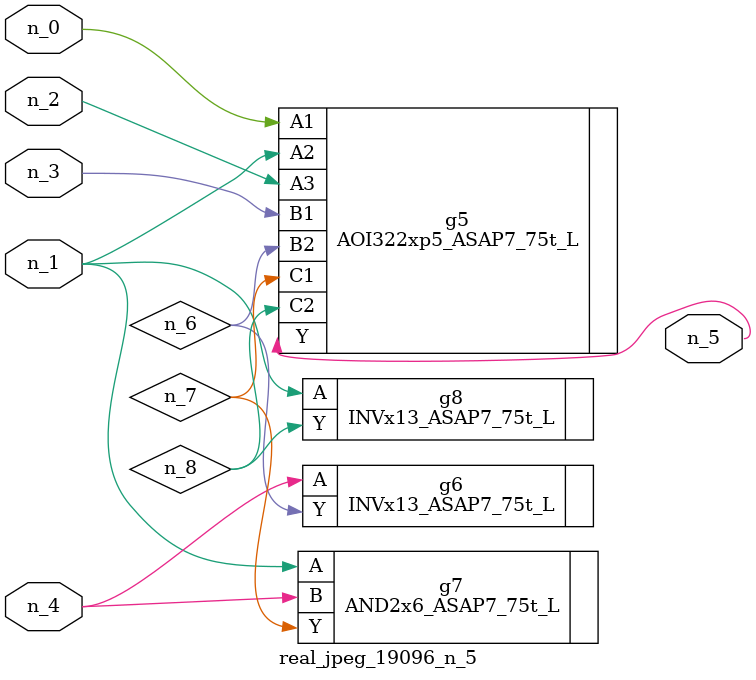
<source format=v>
module real_jpeg_19096_n_5 (n_4, n_0, n_1, n_2, n_3, n_5);

input n_4;
input n_0;
input n_1;
input n_2;
input n_3;

output n_5;

wire n_8;
wire n_6;
wire n_7;

AOI322xp5_ASAP7_75t_L g5 ( 
.A1(n_0),
.A2(n_1),
.A3(n_2),
.B1(n_3),
.B2(n_6),
.C1(n_7),
.C2(n_8),
.Y(n_5)
);

AND2x6_ASAP7_75t_L g7 ( 
.A(n_1),
.B(n_4),
.Y(n_7)
);

INVx13_ASAP7_75t_L g8 ( 
.A(n_1),
.Y(n_8)
);

INVx13_ASAP7_75t_L g6 ( 
.A(n_4),
.Y(n_6)
);


endmodule
</source>
